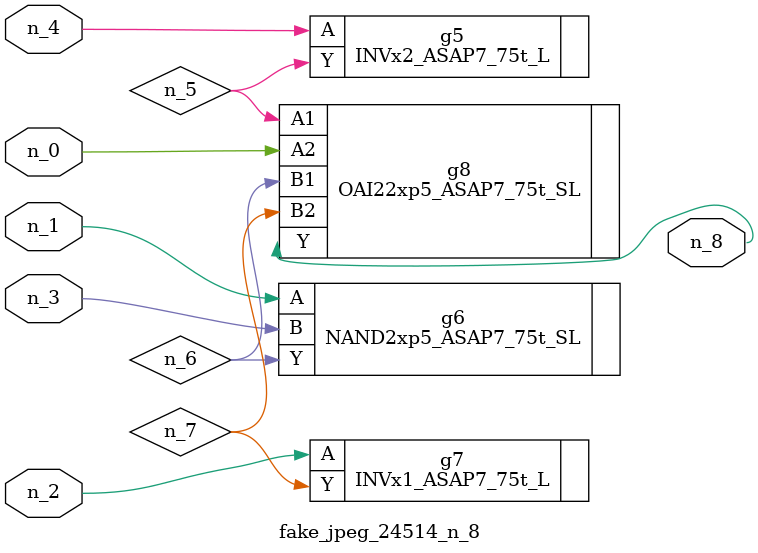
<source format=v>
module fake_jpeg_24514_n_8 (n_3, n_2, n_1, n_0, n_4, n_8);

input n_3;
input n_2;
input n_1;
input n_0;
input n_4;

output n_8;

wire n_6;
wire n_5;
wire n_7;

INVx2_ASAP7_75t_L g5 ( 
.A(n_4),
.Y(n_5)
);

NAND2xp5_ASAP7_75t_SL g6 ( 
.A(n_1),
.B(n_3),
.Y(n_6)
);

INVx1_ASAP7_75t_L g7 ( 
.A(n_2),
.Y(n_7)
);

OAI22xp5_ASAP7_75t_SL g8 ( 
.A1(n_5),
.A2(n_0),
.B1(n_6),
.B2(n_7),
.Y(n_8)
);


endmodule
</source>
